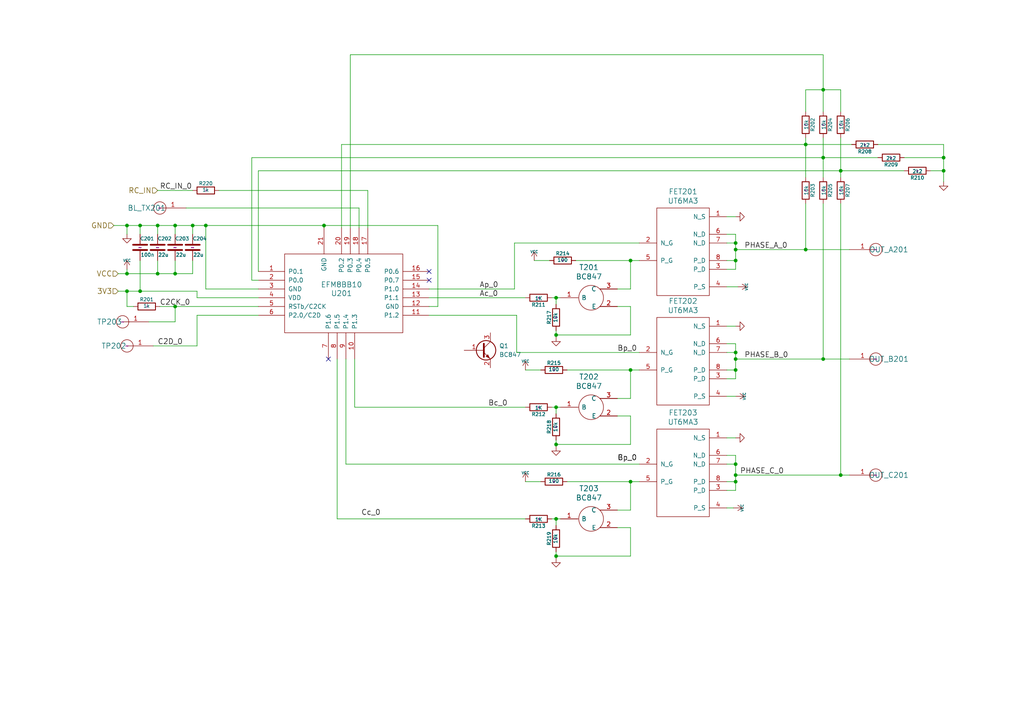
<source format=kicad_sch>
(kicad_sch (version 20230121) (generator eeschema)
  (paper "A4")
  (title_block (date "7 oct 2016"))
  (lib_symbols
    (symbol "Transistor_BJT:BC847" (pin_names (offset 0) hide)
      (property "Reference" "Q" (at 5.08 1.905 0))
      (property "Value" "BC847" (at 5.08 0 0))
      (symbol "BC847_0_1"
        (polyline (pts (xy 0.635 0.635) (xy 2.54 2.54)))
        (polyline (pts (xy 0.635 -0.635) (xy 2.54 -2.54) (xy 2.54 -2.54)))
        (polyline (pts (xy 0.635 1.905) (xy 0.635 -1.905) (xy 0.635 -1.905)) (stroke (width 0.508)))
        (polyline (pts (xy 1.27 -1.778) (xy 1.778 -1.27) (xy 2.286 -2.286) (xy 1.27 -1.778) (xy 1.27 -1.778)) (fill (type outline)))
        (circle (center 1.27 0) (radius 2.8194) (stroke (width 0.254)))
      )
      (symbol "BC847_1_1"
        (pin input line (at -5.08 0 0) (length 5.715) (name "B") (number "1"))
        (pin passive line (at 2.54 -5.08 90) (length 2.54) (name "E") (number "2"))
        (pin passive line (at 2.54 5.08 270) (length 2.54) (name "C") (number "3"))
      )
    )
    (symbol "custom:CUSTOM_C" (pin_numbers hide) (pin_names (offset 0.254))
      (property "Reference" "C" (at 0.635 2.54 0))
      (property "Value" "CUSTOM_C" (at 0.635 -2.54 0))
      (symbol "CUSTOM_C_0_1"
        (polyline (pts (xy -2.032 -0.762) (xy 2.032 -0.762)) (stroke (width 0.508)))
        (polyline (pts (xy -2.032 0.762) (xy 2.032 0.762)) (stroke (width 0.508)))
      )
      (symbol "CUSTOM_C_1_1"
        (pin passive line (at 0 3.81 270) (length 2.794) (name "~") (number "1"))
        (pin passive line (at 0 -3.81 90) (length 2.794) (name "~") (number "2"))
      )
    )
    (symbol "custom:CUSTOM_R" (pin_numbers hide) (pin_names (offset 0))
      (property "Reference" "R" (at 2.032 0 90))
      (property "Value" "CUSTOM_R" (at 0 0 90))
      (symbol "CUSTOM_R_0_1"
        (rectangle (start -1.016 -2.54) (end 1.016 2.54) (stroke (width 0.254)))
      )
      (symbol "CUSTOM_R_1_1"
        (pin passive line (at 0 3.81 270) (length 1.27) (name "~") (number "1"))
        (pin passive line (at 0 -3.81 90) (length 1.27) (name "~") (number "2"))
      )
    )
    (symbol "custom:EFM8BB10" (pin_names (offset 1.016))
      (property "Reference" "U" (at 10.16 6.35 0))
      (property "Value" "EFM8BB10" (at 10.16 8.89 0))
      (symbol "EFM8BB10_0_1"
        (rectangle (start -6.35 17.78) (end 27.94 -5.08))
      )
      (symbol "EFM8BB10_1_1"
        (pin input line (at -13.97 12.7 0) (length 7.62) (name "P0.1") (number "1"))
        (pin input line (at 13.97 -12.7 90) (length 7.62) (name "P1.3") (number "10"))
        (pin input line (at 35.56 0 180) (length 7.62) (name "P1.2") (number "11"))
        (pin input line (at 35.56 2.54 180) (length 7.62) (name "GND") (number "12"))
        (pin input line (at 35.56 5.08 180) (length 7.62) (name "P1.1") (number "13"))
        (pin input line (at 35.56 7.62 180) (length 7.62) (name "P1.0") (number "14"))
        (pin input line (at 35.56 10.16 180) (length 7.62) (name "P0.7") (number "15"))
        (pin input line (at 35.56 12.7 180) (length 7.62) (name "P0.6") (number "16"))
        (pin input line (at 17.78 25.4 270) (length 7.62) (name "P0.5") (number "17"))
        (pin input line (at 15.24 25.4 270) (length 7.62) (name "P0.4") (number "18"))
        (pin input line (at 12.7 25.4 270) (length 7.62) (name "P0.3") (number "19"))
        (pin input line (at -13.97 10.16 0) (length 7.62) (name "P0.0") (number "2"))
        (pin input line (at 10.16 25.4 270) (length 7.62) (name "P0.2") (number "20"))
        (pin input line (at 5.08 25.4 270) (length 7.62) (name "GND") (number "21"))
        (pin input line (at -13.97 7.62 0) (length 7.62) (name "GND") (number "3"))
        (pin input line (at -13.97 5.08 0) (length 7.62) (name "VDD") (number "4"))
        (pin input line (at -13.97 2.54 0) (length 7.62) (name "RSTb/C2CK") (number "5"))
        (pin input line (at -13.97 0 0) (length 7.62) (name "P2.0/C2D") (number "6"))
        (pin input line (at 6.35 -12.7 90) (length 7.62) (name "P1.6") (number "7"))
        (pin input line (at 8.89 -12.7 90) (length 7.62) (name "P1.5") (number "8"))
        (pin input line (at 11.43 -12.7 90) (length 7.62) (name "P1.4") (number "9"))
      )
    )
    (symbol "custom:NPN" (pin_names (offset 1.016))
      (property "Reference" "T" (at 0 -5.08 0))
      (property "Value" "NPN" (at 0 5.08 0))
      (symbol "NPN_0_1"
        (circle (center 0 0) (radius 3.5814))
      )
      (symbol "NPN_1_1"
        (pin input line (at -8.89 0 0) (length 5.08) (name "B") (number "1"))
        (pin input line (at 7.62 -2.54 180) (length 5.08) (name "E") (number "2"))
        (pin input line (at 7.62 2.54 180) (length 5.08) (name "C") (number "3"))
      )
    )
    (symbol "custom:TP" (pin_names (offset 1.016))
      (property "Value" "TP" (at 3.81 0 0))
      (symbol "TP_0_1"
        (circle (center 0 0) (radius 1.8034))
      )
      (symbol "TP_1_1"
        (pin bidirectional line (at -7.62 0 0) (length 7.62) (name "~") (number "1"))
      )
    )
    (symbol "custom:UT6MA3" (pin_names (offset 1.016))
      (property "Reference" "FET" (at 0 -15.24 0))
      (property "Value" "UT6MA3" (at 0 15.24 0))
      (symbol "UT6MA3_0_1"
        (rectangle (start -7.62 12.7) (end 7.62 -12.7))
      )
      (symbol "UT6MA3_1_1"
        (pin input line (at 12.7 -10.16 180) (length 5.08) (name "N_S") (number "1"))
        (pin input line (at -12.7 -2.54 0) (length 5.08) (name "N_G") (number "2"))
        (pin input line (at 12.7 5.08 180) (length 5.08) (name "P_D") (number "3"))
        (pin input line (at 12.7 10.16 180) (length 5.08) (name "P_S") (number "4"))
        (pin input line (at -12.7 2.54 0) (length 5.08) (name "P_G") (number "5"))
        (pin input line (at 12.7 -5.08 180) (length 5.08) (name "N_D") (number "6"))
        (pin input line (at 12.7 -2.54 180) (length 5.08) (name "N_D") (number "7"))
        (pin input line (at 12.7 2.54 180) (length 5.08) (name "P_D") (number "8"))
      )
    )
    (symbol "power:GND" (power) (pin_names (offset 0))
      (property "Value" "GND" (at 0 -3.81 0))
      (symbol "GND_0_1"
        (polyline (pts (xy 0 0) (xy 0 -1.27) (xy 1.27 -1.27) (xy 0 -2.54) (xy -1.27 -1.27) (xy 0 -1.27)))
      )
      (symbol "GND_1_1"
        (pin power_in line (at 0 0 270) (length 0) hide (name "GND") (number "1"))
      )
    )
    (symbol "power:VCC" (power) (pin_names (offset 0))
      (property "Value" "VCC" (at 0 3.81 0))
      (symbol "VCC_0_1"
        (polyline (pts (xy -0.762 1.27) (xy 0 2.54)))
        (polyline (pts (xy 0 0) (xy 0 2.54)))
        (polyline (pts (xy 0 2.54) (xy 0.762 1.27)))
      )
      (symbol "VCC_1_1"
        (pin power_in line (at 0 0 90) (length 0) hide (name "VCC") (number "1"))
      )
    )
  )
  (junction (at 238.76 45.72))
  (junction (at 161.29 86.36))
  (junction (at 36.83 79.375))
  (junction (at 161.29 150.495))
  (junction (at 243.84 49.53))
  (junction (at 213.36 102.235))
  (junction (at 161.29 118.11))
  (junction (at 273.685 49.53))
  (junction (at 59.69 65.405))
  (junction (at 93.98 65.405))
  (junction (at 238.76 26.035))
  (junction (at 40.64 65.405))
  (junction (at 36.83 84.455))
  (junction (at 182.88 107.315))
  (junction (at 161.29 161.29))
  (junction (at 50.8 79.375))
  (junction (at 55.88 65.405))
  (junction (at 233.68 72.39))
  (junction (at 36.83 65.405))
  (junction (at 213.36 75.565))
  (junction (at 50.8 88.9))
  (junction (at 45.72 65.405))
  (junction (at 213.36 72.39))
  (junction (at 273.685 45.72))
  (junction (at 45.72 79.375))
  (junction (at 50.8 65.405))
  (junction (at 213.36 107.315))
  (junction (at 233.68 41.91))
  (junction (at 243.84 137.795))
  (junction (at 238.76 104.14))
  (junction (at 40.64 84.455))
  (junction (at 213.36 137.795))
  (junction (at 182.88 75.565))
  (junction (at 213.36 134.62))
  (junction (at 213.36 70.485))
  (junction (at 161.29 128.905))
  (junction (at 182.88 139.7))
  (junction (at 213.36 104.14))
  (junction (at 213.36 139.7))
  (junction (at 161.29 97.155))
  (no_connect (at 95.25 104.14))
  (no_connect (at 124.46 78.74))
  (no_connect (at 124.46 81.28))
  (wire (pts (xy 182.88 88.9) (xy 179.07 88.9)))
  (wire (pts (xy 238.76 45.72) (xy 238.76 51.435)))
  (wire (pts (xy 238.76 45.72) (xy 254.635 45.72)))
  (wire (pts (xy 101.6 15.875) (xy 101.6 66.04)))
  (wire (pts (xy 182.88 97.155) (xy 182.88 88.9)))
  (wire (pts (xy 57.15 100.33) (xy 44.45 100.33)))
  (wire (pts (xy 213.36 102.235) (xy 213.36 104.14)))
  (wire (pts (xy 127 65.405) (xy 127 88.9)))
  (wire (pts (xy 57.15 86.36) (xy 74.93 86.36)))
  (wire (pts (xy 238.76 15.875) (xy 101.6 15.875)))
  (wire (pts (xy 210.82 147.32) (xy 212.725 147.32)))
  (wire (pts (xy 102.87 104.14) (xy 102.87 118.11)))
  (wire (pts (xy 210.82 83.185) (xy 213.995 83.185)))
  (wire (pts (xy 161.29 97.155) (xy 161.29 97.79)))
  (wire (pts (xy 97.79 150.495) (xy 152.4 150.495)))
  (wire (pts (xy 104.14 60.325) (xy 104.14 66.04)))
  (wire (pts (xy 161.29 128.905) (xy 182.88 128.905)))
  (wire (pts (xy 167.005 75.565) (xy 182.88 75.565)))
  (wire (pts (xy 210.82 114.935) (xy 213.36 114.935)))
  (wire (pts (xy 40.64 84.455) (xy 57.15 84.455)))
  (wire (pts (xy 269.875 49.53) (xy 273.685 49.53)))
  (wire (pts (xy 43.18 93.345) (xy 50.8 93.345)))
  (wire (pts (xy 233.68 26.035) (xy 233.68 32.385)))
  (wire (pts (xy 182.88 115.57) (xy 182.88 107.315)))
  (wire (pts (xy 73.025 45.72) (xy 73.025 81.28)))
  (wire (pts (xy 182.88 107.315) (xy 185.42 107.315)))
  (wire (pts (xy 210.82 94.615) (xy 213.36 94.615)))
  (wire (pts (xy 213.36 107.315) (xy 213.36 109.855)))
  (wire (pts (xy 73.025 45.72) (xy 238.76 45.72)))
  (wire (pts (xy 213.36 132.08) (xy 210.82 132.08)))
  (wire (pts (xy 243.84 49.53) (xy 262.255 49.53)))
  (wire (pts (xy 74.93 78.74) (xy 74.93 49.53)))
  (wire (pts (xy 233.68 72.39) (xy 246.38 72.39)))
  (wire (pts (xy 55.88 65.405) (xy 55.88 67.945)))
  (wire (pts (xy 161.29 128.905) (xy 161.29 129.54)))
  (wire (pts (xy 182.88 147.955) (xy 179.07 147.955)))
  (wire (pts (xy 213.36 72.39) (xy 213.36 75.565)))
  (wire (pts (xy 161.29 160.02) (xy 161.29 161.29)))
  (wire (pts (xy 50.8 79.375) (xy 55.88 79.375)))
  (wire (pts (xy 36.83 84.455) (xy 40.64 84.455)))
  (wire (pts (xy 161.29 88.265) (xy 161.29 86.36)))
  (wire (pts (xy 36.83 65.405) (xy 40.64 65.405)))
  (wire (pts (xy 59.69 83.82) (xy 74.93 83.82)))
  (wire (pts (xy 40.64 84.455) (xy 40.64 75.565)))
  (wire (pts (xy 213.36 70.485) (xy 213.36 72.39)))
  (wire (pts (xy 161.29 118.11) (xy 162.56 118.11)))
  (wire (pts (xy 154.94 75.565) (xy 159.385 75.565)))
  (wire (pts (xy 50.8 67.945) (xy 50.8 65.405)))
  (wire (pts (xy 46.355 88.9) (xy 50.8 88.9)))
  (wire (pts (xy 213.36 67.945) (xy 213.36 70.485)))
  (wire (pts (xy 213.36 104.14) (xy 238.76 104.14)))
  (wire (pts (xy 45.72 55.245) (xy 55.88 55.245)))
  (wire (pts (xy 213.36 109.855) (xy 210.82 109.855)))
  (wire (pts (xy 233.68 26.035) (xy 238.76 26.035)))
  (wire (pts (xy 45.72 65.405) (xy 50.8 65.405)))
  (wire (pts (xy 210.82 139.7) (xy 213.36 139.7)))
  (wire (pts (xy 262.255 45.72) (xy 273.685 45.72)))
  (wire (pts (xy 213.36 99.695) (xy 213.36 102.235)))
  (wire (pts (xy 50.8 79.375) (xy 50.8 75.565)))
  (wire (pts (xy 213.36 104.14) (xy 213.36 107.315)))
  (wire (pts (xy 243.84 40.005) (xy 243.84 49.53)))
  (wire (pts (xy 34.29 84.455) (xy 36.83 84.455)))
  (wire (pts (xy 149.86 102.235) (xy 185.42 102.235)))
  (wire (pts (xy 238.76 40.005) (xy 238.76 45.72)))
  (wire (pts (xy 36.83 79.375) (xy 36.83 78.105)))
  (wire (pts (xy 45.72 79.375) (xy 45.72 75.565)))
  (wire (pts (xy 160.02 150.495) (xy 161.29 150.495)))
  (wire (pts (xy 161.29 161.29) (xy 182.88 161.29)))
  (wire (pts (xy 213.36 75.565) (xy 213.36 78.105)))
  (wire (pts (xy 161.29 120.015) (xy 161.29 118.11)))
  (wire (pts (xy 40.64 65.405) (xy 40.64 67.945)))
  (wire (pts (xy 182.88 83.82) (xy 179.07 83.82)))
  (wire (pts (xy 102.87 118.11) (xy 152.4 118.11)))
  (wire (pts (xy 93.98 65.405) (xy 93.98 66.04)))
  (wire (pts (xy 243.84 137.795) (xy 246.38 137.795)))
  (wire (pts (xy 233.68 41.91) (xy 247.015 41.91)))
  (wire (pts (xy 210.82 67.945) (xy 213.36 67.945)))
  (wire (pts (xy 273.685 49.53) (xy 273.685 52.705)))
  (wire (pts (xy 59.69 83.82) (xy 59.69 65.405)))
  (wire (pts (xy 99.06 41.91) (xy 233.68 41.91)))
  (wire (pts (xy 210.82 99.695) (xy 213.36 99.695)))
  (wire (pts (xy 149.86 91.44) (xy 149.86 102.235)))
  (wire (pts (xy 213.36 78.105) (xy 210.82 78.105)))
  (wire (pts (xy 182.88 147.955) (xy 182.88 139.7)))
  (wire (pts (xy 161.29 150.495) (xy 162.56 150.495)))
  (wire (pts (xy 164.465 139.7) (xy 182.88 139.7)))
  (wire (pts (xy 238.76 15.875) (xy 238.76 26.035)))
  (wire (pts (xy 74.93 49.53) (xy 243.84 49.53)))
  (wire (pts (xy 161.29 97.155) (xy 182.88 97.155)))
  (wire (pts (xy 210.82 134.62) (xy 213.36 134.62)))
  (wire (pts (xy 254.635 41.91) (xy 273.685 41.91)))
  (wire (pts (xy 36.83 79.375) (xy 45.72 79.375)))
  (wire (pts (xy 182.88 161.29) (xy 182.88 153.035)))
  (wire (pts (xy 152.4 107.315) (xy 156.845 107.315)))
  (wire (pts (xy 213.36 134.62) (xy 213.36 137.795)))
  (wire (pts (xy 57.15 91.44) (xy 74.93 91.44)))
  (wire (pts (xy 161.29 152.4) (xy 161.29 150.495)))
  (wire (pts (xy 161.29 86.36) (xy 162.56 86.36)))
  (wire (pts (xy 213.36 72.39) (xy 233.68 72.39)))
  (wire (pts (xy 59.69 65.405) (xy 93.98 65.405)))
  (wire (pts (xy 97.79 104.14) (xy 97.79 150.495)))
  (wire (pts (xy 238.76 26.035) (xy 238.76 32.385)))
  (wire (pts (xy 233.68 41.91) (xy 233.68 51.435)))
  (wire (pts (xy 149.225 70.485) (xy 149.225 83.82)))
  (wire (pts (xy 57.15 91.44) (xy 57.15 100.33)))
  (wire (pts (xy 182.88 75.565) (xy 182.88 83.82)))
  (wire (pts (xy 213.36 137.795) (xy 243.84 137.795)))
  (wire (pts (xy 238.76 26.035) (xy 243.84 26.035)))
  (wire (pts (xy 182.88 153.035) (xy 179.07 153.035)))
  (wire (pts (xy 50.8 65.405) (xy 55.88 65.405)))
  (wire (pts (xy 210.82 62.865) (xy 213.36 62.865)))
  (wire (pts (xy 213.36 137.795) (xy 213.36 139.7)))
  (wire (pts (xy 100.33 134.62) (xy 185.42 134.62)))
  (wire (pts (xy 210.82 75.565) (xy 213.36 75.565)))
  (wire (pts (xy 161.29 95.885) (xy 161.29 97.155)))
  (wire (pts (xy 50.8 93.345) (xy 50.8 88.9)))
  (wire (pts (xy 33.02 65.405) (xy 36.83 65.405)))
  (wire (pts (xy 127 88.9) (xy 124.46 88.9)))
  (wire (pts (xy 213.36 132.08) (xy 213.36 134.62)))
  (wire (pts (xy 152.4 139.7) (xy 156.845 139.7)))
  (wire (pts (xy 57.15 84.455) (xy 57.15 86.36)))
  (wire (pts (xy 182.88 75.565) (xy 185.42 75.565)))
  (wire (pts (xy 106.68 55.245) (xy 63.5 55.245)))
  (wire (pts (xy 182.88 120.65) (xy 179.07 120.65)))
  (wire (pts (xy 243.84 49.53) (xy 243.84 51.435)))
  (wire (pts (xy 36.83 88.9) (xy 36.83 84.455)))
  (wire (pts (xy 93.98 65.405) (xy 127 65.405)))
  (wire (pts (xy 45.72 79.375) (xy 50.8 79.375)))
  (wire (pts (xy 53.975 60.325) (xy 104.14 60.325)))
  (wire (pts (xy 40.64 65.405) (xy 45.72 65.405)))
  (wire (pts (xy 45.72 67.945) (xy 45.72 65.405)))
  (wire (pts (xy 161.29 161.29) (xy 161.29 161.925)))
  (wire (pts (xy 73.025 81.28) (xy 74.93 81.28)))
  (wire (pts (xy 149.225 83.82) (xy 124.46 83.82)))
  (wire (pts (xy 213.36 142.24) (xy 210.82 142.24)))
  (wire (pts (xy 210.82 70.485) (xy 213.36 70.485)))
  (wire (pts (xy 273.685 45.72) (xy 273.685 49.53)))
  (wire (pts (xy 182.88 128.905) (xy 182.88 120.65)))
  (wire (pts (xy 210.82 107.315) (xy 213.36 107.315)))
  (wire (pts (xy 182.88 139.7) (xy 185.42 139.7)))
  (wire (pts (xy 210.82 127) (xy 213.36 127)))
  (wire (pts (xy 160.02 118.11) (xy 161.29 118.11)))
  (wire (pts (xy 273.685 41.91) (xy 273.685 45.72)))
  (wire (pts (xy 233.68 59.055) (xy 233.68 72.39)))
  (wire (pts (xy 152.4 86.36) (xy 124.46 86.36)))
  (wire (pts (xy 164.465 107.315) (xy 182.88 107.315)))
  (wire (pts (xy 106.68 66.04) (xy 106.68 55.245)))
  (wire (pts (xy 36.83 67.945) (xy 36.83 65.405)))
  (wire (pts (xy 243.84 26.035) (xy 243.84 32.385)))
  (wire (pts (xy 50.8 88.9) (xy 74.93 88.9)))
  (wire (pts (xy 55.88 65.405) (xy 59.69 65.405)))
  (wire (pts (xy 182.88 115.57) (xy 179.07 115.57)))
  (wire (pts (xy 100.33 104.14) (xy 100.33 134.62)))
  (wire (pts (xy 55.88 79.375) (xy 55.88 75.565)))
  (wire (pts (xy 99.06 41.91) (xy 99.06 66.04)))
  (wire (pts (xy 233.68 40.005) (xy 233.68 41.91)))
  (wire (pts (xy 34.29 79.375) (xy 36.83 79.375)))
  (wire (pts (xy 213.36 139.7) (xy 213.36 142.24)))
  (wire (pts (xy 160.02 86.36) (xy 161.29 86.36)))
  (wire (pts (xy 161.29 127.635) (xy 161.29 128.905)))
  (wire (pts (xy 149.86 91.44) (xy 124.46 91.44)))
  (wire (pts (xy 238.76 59.055) (xy 238.76 104.14)))
  (wire (pts (xy 185.42 70.485) (xy 149.225 70.485)))
  (wire (pts (xy 238.76 104.14) (xy 246.38 104.14)))
  (wire (pts (xy 36.83 88.9) (xy 38.735 88.9)))
  (wire (pts (xy 243.84 59.055) (xy 243.84 137.795)))
  (wire (pts (xy 210.82 102.235) (xy 213.36 102.235)))
  (label "Ac_0" (at 139.065 86.36 0) (effects (font (size 1.524 1.524))))
  (label "Bp_0" (at 179.07 133.985 0) (effects (font (size 1.524 1.524))))
  (label "Cc_0" (at 104.775 149.86 0) (effects (font (size 1.524 1.524))))
  (label "PHASE_B_0" (at 215.9 104.14 0) (effects (font (size 1.524 1.524))))
  (label "Cp_0" (at 179.07 133.985 0) (effects (font (size 1.524 1.524))))
  (label "RC_IN_0" (at 46.355 55.245 0) (effects (font (size 1.524 1.524))))
  (label "Bp_0" (at 179.07 102.235 0) (effects (font (size 1.524 1.524))))
  (label "Ap_0" (at 139.065 83.82 0) (effects (font (size 1.524 1.524))))
  (label "C2D_0" (at 45.72 100.33 0) (effects (font (size 1.524 1.524))))
  (label "Bc_0" (at 141.605 118.11 0) (effects (font (size 1.524 1.524))))
  (label "PHASE_C_0" (at 214.63 137.795 0) (effects (font (size 1.524 1.524))))
  (label "C2CK_0" (at 46.355 88.9 0) (effects (font (size 1.524 1.524))))
  (label "PHASE_A_0" (at 215.9 72.39 0) (effects (font (size 1.524 1.524))))
  (hierarchical_label "RC_IN" (shape input) (at 45.72 55.245 180) (effects (font (size 1.524 1.524))))
  (hierarchical_label "3V3" (shape input) (at 34.29 84.455 180) (effects (font (size 1.524 1.524))))
  (hierarchical_label "GND" (shape input) (at 33.02 65.405 180) (effects (font (size 1.524 1.524))))
  (hierarchical_label "VCC" (shape input) (at 34.29 79.375 180) (effects (font (size 1.524 1.524))))
  (symbol (lib_id "custom:EFM8BB10") (at 88.9 91.44 0) (unit 1)
    (property "Reference" "U201" (at 99.06 85.09 0) (effects (font (size 1.524 1.524))))
    (property "Value" "EFM8BB10" (at 99.06 82.55 0) (effects (font (size 1.524 1.524))))
    (property "Footprint" "custom:QFN20" (effects hide))
  )
  (symbol (lib_id "power:GND") (at 213.36 62.865 90) (unit 1)
    (property "Reference" "#PWR046" (effects hide))
    (property "Value" "GND" (effects hide))
  )
  (symbol (lib_id "power:VCC") (at 213.995 83.185 270) (unit 1)
    (property "Reference" "#PWR047" (effects hide))
    (property "Value" "VCC" (at 216.535 83.185 0) (effects (font (size 0.762 0.762))))
  )
  (symbol (lib_id "custom:TP") (at 36.83 100.33 180) (unit 1)
    (property "Reference" "TP202" (at 33.02 100.33 0) (effects (font (size 1.524 1.524))))
    (property "Value" "TP" (effects hide))
    (property "Footprint" "custom:TP_smd_0.5x0.4" (effects hide))
    (property "Datasheet" "~" (at 36.83 100.33 0) (effects (font (size 1.524 1.524))))
  )
  (symbol (lib_id "power:GND") (at 213.36 94.615 90) (unit 1)
    (property "Reference" "#PWR048" (effects hide))
    (property "Value" "GND" (effects hide))
  )
  (symbol (lib_id "power:VCC") (at 213.36 114.935 270) (unit 1)
    (property "Reference" "#PWR049" (effects hide))
    (property "Value" "VCC" (at 215.9 114.935 0) (effects (font (size 0.762 0.762))))
  )
  (symbol (lib_id "power:VCC") (at 212.725 147.32 270) (unit 1)
    (property "Reference" "#PWR050" (effects hide))
    (property "Value" "VCC" (at 215.265 147.32 0) (effects (font (size 0.762 0.762))))
  )
  (symbol (lib_id "power:GND") (at 213.36 127 90) (unit 1)
    (property "Reference" "#PWR051" (effects hide))
    (property "Value" "GND" (effects hide))
  )
  (symbol (lib_id "custom:CUSTOM_R") (at 233.68 55.245 0) (unit 1)
    (property "Reference" "R203" (at 235.712 55.245 90) (effects (font (size 1.016 1.016))))
    (property "Value" "10k" (at 233.8578 55.2196 90) (effects (font (size 1.016 1.016))))
    (property "Footprint" "custom:R_0402_CUSTOM" (effects hide))
    (property "Datasheet" "~" (at 233.68 55.245 0) (effects (font (size 0.762 0.762))))
  )
  (symbol (lib_id "custom:CUSTOM_R") (at 238.76 55.245 0) (unit 1)
    (property "Reference" "R205" (at 240.792 55.245 90) (effects (font (size 1.016 1.016))))
    (property "Value" "10k" (at 238.9378 55.2196 90) (effects (font (size 1.016 1.016))))
    (property "Footprint" "custom:R_0402_CUSTOM" (effects hide))
    (property "Datasheet" "~" (at 238.76 55.245 0) (effects (font (size 0.762 0.762))))
  )
  (symbol (lib_id "custom:CUSTOM_R") (at 243.84 55.245 0) (unit 1)
    (property "Reference" "R207" (at 245.872 55.245 90) (effects (font (size 1.016 1.016))))
    (property "Value" "10k" (at 244.0178 55.2196 90) (effects (font (size 1.016 1.016))))
    (property "Footprint" "custom:R_0402_CUSTOM" (effects hide))
    (property "Datasheet" "~" (at 243.84 55.245 0) (effects (font (size 0.762 0.762))))
  )
  (symbol (lib_id "custom:CUSTOM_R") (at 233.68 36.195 0) (unit 1)
    (property "Reference" "R202" (at 235.712 36.195 90) (effects (font (size 1.016 1.016))))
    (property "Value" "10k" (at 233.8578 36.1696 90) (effects (font (size 1.016 1.016))))
    (property "Footprint" "custom:R_0402_CUSTOM" (effects hide))
    (property "Datasheet" "~" (at 233.68 36.195 0) (effects (font (size 0.762 0.762))))
  )
  (symbol (lib_id "custom:CUSTOM_R") (at 238.76 36.195 0) (unit 1)
    (property "Reference" "R204" (at 240.792 36.195 90) (effects (font (size 1.016 1.016))))
    (property "Value" "10k" (at 238.9378 36.1696 90) (effects (font (size 1.016 1.016))))
    (property "Footprint" "custom:R_0402_CUSTOM" (effects hide))
    (property "Datasheet" "~" (at 238.76 36.195 0) (effects (font (size 0.762 0.762))))
  )
  (symbol (lib_id "custom:CUSTOM_R") (at 243.84 36.195 0) (unit 1)
    (property "Reference" "R206" (at 245.872 36.195 90) (effects (font (size 1.016 1.016))))
    (property "Value" "10k" (at 244.0178 36.1696 90) (effects (font (size 1.016 1.016))))
    (property "Footprint" "custom:R_0402_CUSTOM" (effects hide))
    (property "Datasheet" "~" (at 243.84 36.195 0) (effects (font (size 0.762 0.762))))
  )
  (symbol (lib_id "custom:TP") (at 254 72.39 0) (unit 1)
    (property "Reference" "OUT_A201" (at 257.81 72.39 0) (effects (font (size 1.524 1.524))))
    (property "Value" "TP" (effects hide))
    (property "Footprint" "custom:TP_PHASE_PAD" (effects hide))
    (property "Datasheet" "~" (at 254 72.39 0) (effects (font (size 1.524 1.524))))
  )
  (symbol (lib_id "custom:TP") (at 254 104.14 0) (unit 1)
    (property "Reference" "OUT_B201" (at 257.81 104.14 0) (effects (font (size 1.524 1.524))))
    (property "Value" "TP" (effects hide))
    (property "Footprint" "custom:TP_PHASE_PAD" (effects hide))
    (property "Datasheet" "~" (at 254 104.14 0) (effects (font (size 1.524 1.524))))
  )
  (symbol (lib_id "custom:TP") (at 254 137.795 0) (unit 1)
    (property "Reference" "OUT_C201" (at 257.81 137.795 0) (effects (font (size 1.524 1.524))))
    (property "Value" "TP" (effects hide))
    (property "Footprint" "custom:TP_PHASE_PAD" (effects hide))
    (property "Datasheet" "~" (at 254 137.795 0) (effects (font (size 1.524 1.524))))
  )
  (symbol (lib_id "custom:CUSTOM_C") (at 40.64 71.755 0) (unit 1)
    (property "Reference" "C201" (at 40.64 69.215 0) (effects (font (size 1.016 1.016)) (justify left)))
    (property "Value" "100n" (at 40.7924 73.914 0) (effects (font (size 1.016 1.016)) (justify left)))
    (property "Footprint" "custom:C_0402_CUSTOM" (effects hide))
    (property "Datasheet" "~" (at 40.64 71.755 0) (effects (font (size 1.524 1.524))))
  )
  (symbol (lib_id "power:GND") (at 36.83 67.945 0) (unit 1)
    (property "Reference" "#PWR052" (effects hide))
    (property "Value" "GND" (effects hide))
  )
  (symbol (lib_id "power:VCC") (at 36.83 78.105 0) (unit 1)
    (property "Reference" "#PWR053" (effects hide))
    (property "Value" "VCC" (at 36.83 75.565 0) (effects (font (size 0.762 0.762))))
  )
  (symbol (lib_id "custom:CUSTOM_C") (at 45.72 71.755 0) (unit 1)
    (property "Reference" "C202" (at 45.72 69.215 0) (effects (font (size 1.016 1.016)) (justify left)))
    (property "Value" "22u" (at 45.8724 73.914 0) (effects (font (size 1.016 1.016)) (justify left)))
    (property "Footprint" "custom:C_0603_CUSTOM" (effects hide))
    (property "Datasheet" "~" (at 45.72 71.755 0) (effects (font (size 1.524 1.524))))
  )
  (symbol (lib_id "custom:CUSTOM_R") (at 42.545 88.9 90) (unit 1)
    (property "Reference" "R201" (at 42.545 86.868 90) (effects (font (size 1.016 1.016))))
    (property "Value" "1k" (at 42.5196 88.7222 90) (effects (font (size 1.016 1.016))))
    (property "Footprint" "custom:R_0402_CUSTOM" (effects hide))
    (property "Datasheet" "~" (at 42.545 88.9 0) (effects (font (size 0.762 0.762))))
  )
  (symbol (lib_id "custom:TP") (at 46.355 60.325 180) (unit 1)
    (property "Reference" "BL_TX201" (at 42.545 60.325 0) (effects (font (size 1.524 1.524))))
    (property "Value" "TP" (effects hide))
    (property "Footprint" "custom:TP_smd_0.5x0.4" (effects hide))
    (property "Datasheet" "~" (at 46.355 60.325 0) (effects (font (size 1.524 1.524))))
  )
  (symbol (lib_id "custom:UT6MA3") (at 198.12 73.025 0) (mirror x) (unit 1)
    (property "Reference" "FET201" (at 198.12 55.5752 0) (effects (font (size 1.524 1.524))))
    (property "Value" "UT6MA3" (at 198.12 58.2676 0) (effects (font (size 1.524 1.524))))
    (property "Footprint" "custom:DFN2020-8D" (effects hide))
  )
  (symbol (lib_id "custom:UT6MA3") (at 198.12 104.775 0) (mirror x) (unit 1)
    (property "Reference" "FET202" (at 198.12 87.3252 0) (effects (font (size 1.524 1.524))))
    (property "Value" "UT6MA3" (at 198.12 90.0176 0) (effects (font (size 1.524 1.524))))
    (property "Footprint" "custom:DFN2020-8D" (effects hide))
  )
  (symbol (lib_id "custom:UT6MA3") (at 198.12 137.16 0) (mirror x) (unit 1)
    (property "Reference" "FET203" (at 198.12 119.7102 0) (effects (font (size 1.524 1.524))))
    (property "Value" "UT6MA3" (at 198.12 122.4026 0) (effects (font (size 1.524 1.524))))
    (property "Footprint" "custom:DFN2020-8D" (effects hide))
  )
  (symbol (lib_id "custom:CUSTOM_C") (at 50.8 71.755 0) (unit 1)
    (property "Reference" "C203" (at 50.8 69.215 0) (effects (font (size 1.016 1.016)) (justify left)))
    (property "Value" "22u" (at 50.9524 73.914 0) (effects (font (size 1.016 1.016)) (justify left)))
    (property "Footprint" "custom:C_0603_CUSTOM" (effects hide))
    (property "Datasheet" "~" (at 50.8 71.755 0) (effects (font (size 1.524 1.524))))
  )
  (symbol (lib_id "custom:CUSTOM_C") (at 55.88 71.755 0) (unit 1)
    (property "Reference" "C204" (at 55.88 69.215 0) (effects (font (size 1.016 1.016)) (justify left)))
    (property "Value" "22u" (at 56.0324 73.914 0) (effects (font (size 1.016 1.016)) (justify left)))
    (property "Footprint" "custom:C_0603_CUSTOM" (effects hide))
    (property "Datasheet" "~" (at 55.88 71.755 0) (effects (font (size 1.524 1.524))))
  )
  (symbol (lib_id "custom:NPN") (at 171.45 86.36 0) (unit 1)
    (property "Reference" "T201" (at 170.815 77.5462 0) (effects (font (size 1.524 1.524))))
    (property "Value" "BC847" (at 170.815 80.2386 0) (effects (font (size 1.524 1.524))))
    (property "Footprint" "custom:SC75" (effects hide))
  )
  (symbol (lib_id "custom:CUSTOM_R") (at 163.195 75.565 90) (unit 1)
    (property "Reference" "R214" (at 163.195 73.533 90) (effects (font (size 1.016 1.016))))
    (property "Value" "100" (at 163.1696 75.3872 90) (effects (font (size 1.016 1.016))))
    (property "Footprint" "custom:R_0603_CUSTOM" (effects hide))
    (property "Datasheet" "~" (at 163.195 75.565 0) (effects (font (size 0.762 0.762))))
  )
  (symbol (lib_id "power:VCC") (at 154.94 75.565 0) (unit 1)
    (property "Reference" "#PWR055" (effects hide))
    (property "Value" "VCC" (at 154.94 73.025 0) (effects (font (size 0.762 0.762))))
  )
  (symbol (lib_id "custom:CUSTOM_R") (at 156.21 86.36 270) (unit 1)
    (property "Reference" "R211" (at 156.21 88.392 90) (effects (font (size 1.016 1.016))))
    (property "Value" "1K" (at 156.2354 86.5378 90) (effects (font (size 1.016 1.016))))
    (property "Footprint" "custom:R_0402_CUSTOM" (effects hide))
    (property "Datasheet" "~" (at 156.21 86.36 0) (effects (font (size 0.762 0.762))))
  )
  (symbol (lib_id "custom:CUSTOM_R") (at 161.29 92.075 180) (unit 1)
    (property "Reference" "R217" (at 159.258 92.075 90) (effects (font (size 1.016 1.016))))
    (property "Value" "10k" (at 161.1122 92.1004 90) (effects (font (size 1.016 1.016))))
    (property "Footprint" "custom:R_0402_CUSTOM" (effects hide))
    (property "Datasheet" "~" (at 161.29 92.075 0) (effects (font (size 0.762 0.762))))
  )
  (symbol (lib_id "power:GND") (at 161.29 97.79 0) (unit 1)
    (property "Reference" "#PWR056" (effects hide))
    (property "Value" "GND" (effects hide))
  )
  (symbol (lib_id "custom:CUSTOM_R") (at 250.825 41.91 270) (unit 1)
    (property "Reference" "R208" (at 250.825 43.942 90) (effects (font (size 1.016 1.016))))
    (property "Value" "2k2" (at 250.8504 42.0878 90) (effects (font (size 1.016 1.016))))
    (property "Footprint" "custom:R_0402_CUSTOM" (effects hide))
    (property "Datasheet" "~" (at 250.825 41.91 0) (effects (font (size 0.762 0.762))))
  )
  (symbol (lib_id "custom:CUSTOM_R") (at 258.445 45.72 270) (unit 1)
    (property "Reference" "R209" (at 258.445 47.752 90) (effects (font (size 1.016 1.016))))
    (property "Value" "2k2" (at 258.4704 45.8978 90) (effects (font (size 1.016 1.016))))
    (property "Footprint" "custom:R_0402_CUSTOM" (effects hide))
    (property "Datasheet" "~" (at 258.445 45.72 0) (effects (font (size 0.762 0.762))))
  )
  (symbol (lib_id "custom:CUSTOM_R") (at 266.065 49.53 270) (unit 1)
    (property "Reference" "R210" (at 266.065 51.562 90) (effects (font (size 1.016 1.016))))
    (property "Value" "2k2" (at 266.0904 49.7078 90) (effects (font (size 1.016 1.016))))
    (property "Footprint" "custom:R_0402_CUSTOM" (effects hide))
    (property "Datasheet" "~" (at 266.065 49.53 0) (effects (font (size 0.762 0.762))))
  )
  (symbol (lib_id "custom:NPN") (at 171.45 118.11 0) (unit 1)
    (property "Reference" "T202" (at 170.815 109.2962 0) (effects (font (size 1.524 1.524))))
    (property "Value" "BC847" (at 170.815 111.9886 0) (effects (font (size 1.524 1.524))))
    (property "Footprint" "custom:SC75" (effects hide))
  )
  (symbol (lib_id "custom:CUSTOM_R") (at 156.21 118.11 270) (unit 1)
    (property "Reference" "R212" (at 156.21 120.142 90) (effects (font (size 1.016 1.016))))
    (property "Value" "1K" (at 156.2354 118.2878 90) (effects (font (size 1.016 1.016))))
    (property "Footprint" "custom:R_0402_CUSTOM" (effects hide))
    (property "Datasheet" "~" (at 156.21 118.11 0) (effects (font (size 0.762 0.762))))
  )
  (symbol (lib_id "custom:CUSTOM_R") (at 161.29 123.825 180) (unit 1)
    (property "Reference" "R218" (at 159.258 123.825 90) (effects (font (size 1.016 1.016))))
    (property "Value" "10k" (at 161.1122 123.8504 90) (effects (font (size 1.016 1.016))))
    (property "Footprint" "custom:R_0402_CUSTOM" (effects hide))
    (property "Datasheet" "~" (at 161.29 123.825 0) (effects (font (size 0.762 0.762))))
  )
  (symbol (lib_id "power:GND") (at 161.29 129.54 0) (unit 1)
    (property "Reference" "#PWR057" (effects hide))
    (property "Value" "GND" (effects hide))
  )
  (symbol (lib_id "custom:CUSTOM_R") (at 160.655 107.315 90) (unit 1)
    (property "Reference" "R215" (at 160.655 105.283 90) (effects (font (size 1.016 1.016))))
    (property "Value" "100" (at 160.6296 107.1372 90) (effects (font (size 1.016 1.016))))
    (property "Footprint" "custom:R_0603_CUSTOM" (effects hide))
    (property "Datasheet" "~" (at 160.655 107.315 0) (effects (font (size 0.762 0.762))))
  )
  (symbol (lib_id "power:VCC") (at 152.4 107.315 0) (unit 1)
    (property "Reference" "#PWR058" (effects hide))
    (property "Value" "VCC" (at 152.4 104.775 0) (effects (font (size 0.762 0.762))))
  )
  (symbol (lib_id "custom:NPN") (at 171.45 150.495 0) (unit 1)
    (property "Reference" "T203" (at 170.815 141.6812 0) (effects (font (size 1.524 1.524))))
    (property "Value" "BC847" (at 170.815 144.3736 0) (effects (font (size 1.524 1.524))))
    (property "Footprint" "custom:SC75" (effects hide))
  )
  (symbol (lib_id "custom:CUSTOM_R") (at 156.21 150.495 270) (unit 1)
    (property "Reference" "R213" (at 156.21 152.527 90) (effects (font (size 1.016 1.016))))
    (property "Value" "1K" (at 156.2354 150.6728 90) (effects (font (size 1.016 1.016))))
    (property "Footprint" "custom:R_0402_CUSTOM" (effects hide))
    (property "Datasheet" "~" (at 156.21 150.495 0) (effects (font (size 0.762 0.762))))
  )
  (symbol (lib_id "custom:CUSTOM_R") (at 161.29 156.21 180) (unit 1)
    (property "Reference" "R219" (at 159.258 156.21 90) (effects (font (size 1.016 1.016))))
    (property "Value" "10k" (at 161.1122 156.2354 90) (effects (font (size 1.016 1.016))))
    (property "Footprint" "custom:R_0402_CUSTOM" (effects hide))
    (property "Datasheet" "~" (at 161.29 156.21 0) (effects (font (size 0.762 0.762))))
  )
  (symbol (lib_id "power:GND") (at 161.29 161.925 0) (unit 1)
    (property "Reference" "#PWR059" (effects hide))
    (property "Value" "GND" (effects hide))
  )
  (symbol (lib_id "custom:CUSTOM_R") (at 160.655 139.7 90) (unit 1)
    (property "Reference" "R216" (at 160.655 137.668 90) (effects (font (size 1.016 1.016))))
    (property "Value" "100" (at 160.6296 139.5222 90) (effects (font (size 1.016 1.016))))
    (property "Footprint" "custom:R_0603_CUSTOM" (effects hide))
    (property "Datasheet" "~" (at 160.655 139.7 0) (effects (font (size 0.762 0.762))))
  )
  (symbol (lib_id "power:VCC") (at 152.4 139.7 0) (unit 1)
    (property "Reference" "#PWR060" (effects hide))
    (property "Value" "VCC" (at 152.4 137.16 0) (effects (font (size 0.762 0.762))))
  )
  (symbol (lib_id "power:GND") (at 273.685 52.705 0) (unit 1)
    (property "Reference" "#PWR054" (effects hide))
    (property "Value" "GND" (effects hide))
  )
  (symbol (lib_id "custom:CUSTOM_R") (at 59.69 55.245 90) (unit 1)
    (property "Reference" "R220" (at 59.69 53.213 90) (effects (font (size 1.016 1.016))))
    (property "Value" "1k" (at 59.6646 55.0672 90) (effects (font (size 1.016 1.016))))
    (property "Footprint" "custom:R_0402_CUSTOM" (effects hide))
    (property "Datasheet" "~" (at 59.69 55.245 0) (effects (font (size 0.762 0.762))))
  )
  (symbol (lib_id "custom:TP") (at 35.56 93.345 180) (unit 1)
    (property "Reference" "TP203" (at 31.75 93.345 0) (effects (font (size 1.524 1.524))))
    (property "Value" "TP" (effects hide))
    (property "Footprint" "custom:TP_smd_0.5x0.4" (effects hide))
    (property "Datasheet" "~" (at 35.56 93.345 0) (effects (font (size 1.524 1.524))))
  )
  (symbol (lib_id "Transistor_BJT:BC847") (at 139.7 101.6 0) (unit 1)
    (property "Reference" "Q1" (at 144.78 100.33 0) (effects (justify left)))
    (property "Value" "BC847" (at 144.78 102.87 0) (effects (justify left)))
    (property "Footprint" "Package_TO_SOT_SMD:SOT-23" (effects hide))
    (property "Datasheet" "http://www.infineon.com/dgdl/Infineon-BC847SERIES_BC848SERIES_BC849SERIES_BC850SERIES-DS-v01_01-en.pdf?fileId=db3a304314dca389011541d4630a1657" (effects hide))
  )
)
</source>
